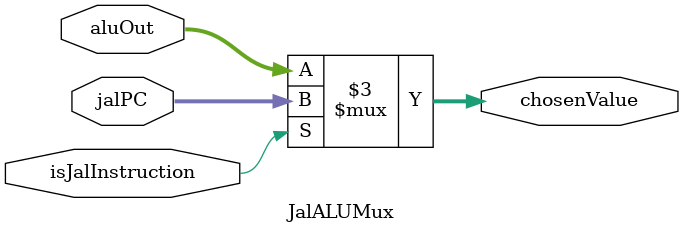
<source format=v>
`timescale 1ns / 1ps


module JalALUMux(
    // Inputs
    input isJalInstruction,
    input [31:0] aluOut,
    input [31:0] jalPC,
    // Outputs
    output reg [31:0] chosenValue
    );

    always @(*) begin
        if (isJalInstruction) chosenValue = jalPC;
        else chosenValue = aluOut;
    end
endmodule

</source>
